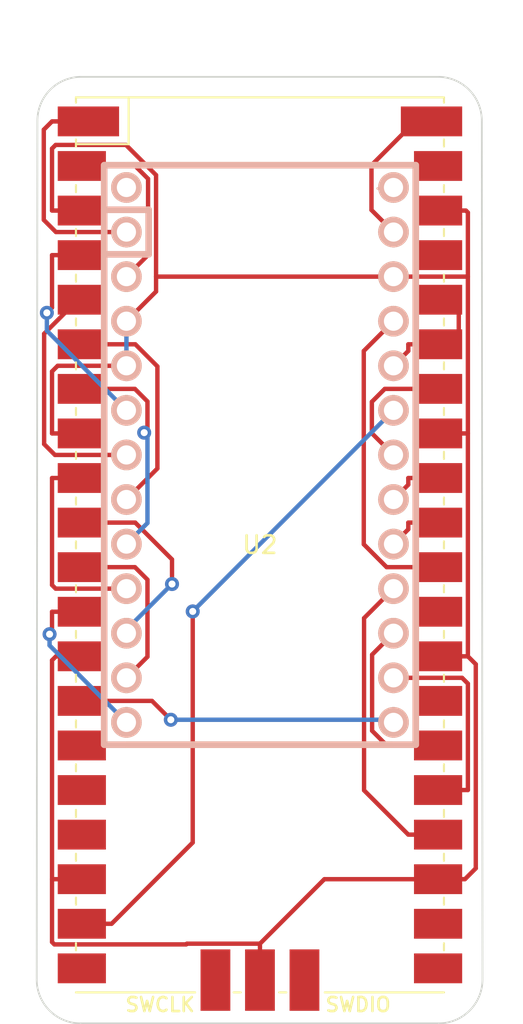
<source format=kicad_pcb>
(kicad_pcb (version 20211014) (generator pcbnew)
  (layers (0 "F.Cu" signal) (31 "B.Cu" signal) (34 "B.Paste" user) (35 "F.Paste" user) (36 "B.SilkS" user "B.Silkscreen") (37 "F.SilkS" user "F.Silkscreen") (38 "B.Mask" user) (39 "F.Mask" user) (44 "Edge.Cuts" user))
  (net 0 "")
  (net 2 "Net-(U1-Pad1)")
  (net 3 "Net-(U1-Pad2)")
  (net 4 "Net-(U1-Pad23)")
  (net 5 "Net-(U1-Pad5)")
  (net 6 "Net-(U1-Pad6)")
  (net 7 "Net-(U1-Pad7)")
  (net 8 "Net-(U1-Pad8)")
  (net 9 "Net-(U1-Pad9)")
  (net 10 "Net-(U1-Pad10)")
  (net 11 "Net-(U1-Pad11)")
  (net 12 "Net-(U1-Pad12)")
  (net 13 "Net-(U1-Pad13)")
  (net 14 "Net-(U1-Pad14)")
  (net 15 "Net-(U1-Pad15)")
  (net 16 "Net-(U1-Pad16)")
  (net 17 "Net-(U1-Pad17)")
  (net 18 "Net-(U1-Pad18)")
  (net 19 "Net-(U1-Pad19)")
  (net 20 "Net-(U1-Pad20)")
  (net 21 "Net-(U1-Pad21)")
  (net 22 "Net-(U1-Pad22)")
  (net 23 "Net-(U1-Pad24)")
  (net 26 "Net-(U1-Pad28)")
  (net 27 "Net-(U1-Pad29)")
  (footprint "MCU_RaspberryPi_and_Boards:RPi_Pico_SMD_ONLY_small_pads" (layer "F.Cu") (at 137.16 81.28)
    (fp_text reference "U2" (at 0 0) (layer "F.SilkS"))
    (fp_text value "Pico")
    (fp_text user "SWCLK" (at -5.7 26.2) (layer "F.SilkS") (effects (font (size 0.8 0.8))))
    (fp_text user "SWDIO" (at 5.6 26.2) (layer "F.SilkS") (effects (font (size 0.8 0.8))))
    (fp_line (start 10.5 -2.7) (end 10.5 -2.3) (layer "F.SilkS") (width 0.12))
    (fp_line (start -10.5 12.5) (end -10.5 12.9) (layer "F.SilkS") (width 0.12))
    (fp_line (start -10.5 4.9) (end -10.5 5.3) (layer "F.SilkS") (width 0.12))
    (fp_line (start -10.5 -15.4) (end -10.5 -15) (layer "F.SilkS") (width 0.12))
    (fp_line (start -10.5 15.1) (end -10.5 15.5) (layer "F.SilkS") (width 0.12))
    (fp_line (start 10.5 10) (end 10.5 10.4) (layer "F.SilkS") (width 0.12))
    (fp_line (start -1.5 25.5) (end -1.1 25.5) (layer "F.SilkS") (width 0.12))
    (fp_line (start 10.5 -23.1) (end 10.5 -22.7) (layer "F.SilkS") (width 0.12))
    (fp_line (start 10.5 7.4) (end 10.5 7.8) (layer "F.SilkS") (width 0.12))
    (fp_line (start -10.5 -10.4) (end -10.5 -10) (layer "F.SilkS") (width 0.12))
    (fp_line (start -10.5 -2.7) (end -10.5 -2.3) (layer "F.SilkS") (width 0.12))
    (fp_line (start 10.5 15.1) (end 10.5 15.5) (layer "F.SilkS") (width 0.12))
    (fp_line (start -10.5 -12.9) (end -10.5 -12.5) (layer "F.SilkS") (width 0.12))
    (fp_line (start -10.5 10) (end -10.5 10.4) (layer "F.SilkS") (width 0.12))
    (fp_line (start 10.5 -18) (end 10.5 -17.6) (layer "F.SilkS") (width 0.12))
    (fp_line (start -10.5 -20.5) (end -10.5 -20.1) (layer "F.SilkS") (width 0.12))
    (fp_line (start 1.1 25.5) (end 1.5 25.5) (layer "F.SilkS") (width 0.12))
    (fp_line (start -10.5 -25.5) (end 10.5 -25.5) (layer "F.SilkS") (width 0.12))
    (fp_line (start -10.5 -18) (end -10.5 -17.6) (layer "F.SilkS") (width 0.12))
    (fp_line (start -3.7 25.5) (end -10.5 25.5) (layer "F.SilkS") (width 0.12))
    (fp_line (start 10.5 -7.8) (end 10.5 -7.4) (layer "F.SilkS") (width 0.12))
    (fp_line (start 10.5 -15.4) (end 10.5 -15) (layer "F.SilkS") (width 0.12))
    (fp_line (start -10.5 22.7) (end -10.5 23.1) (layer "F.SilkS") (width 0.12))
    (fp_line (start 10.5 20.1) (end 10.5 20.5) (layer "F.SilkS") (width 0.12))
    (fp_line (start 10.5 22.7) (end 10.5 23.1) (layer "F.SilkS") (width 0.12))
    (fp_line (start 10.5 12.5) (end 10.5 12.9) (layer "F.SilkS") (width 0.12))
    (fp_line (start -10.5 7.4) (end -10.5 7.8) (layer "F.SilkS") (width 0.12))
    (fp_line (start -10.5 20.1) (end -10.5 20.5) (layer "F.SilkS") (width 0.12))
    (fp_line (start 10.5 -10.4) (end 10.5 -10) (layer "F.SilkS") (width 0.12))
    (fp_line (start 10.5 2.3) (end 10.5 2.7) (layer "F.SilkS") (width 0.12))
    (fp_line (start -10.5 -7.8) (end -10.5 -7.4) (layer "F.SilkS") (width 0.12))
    (fp_line (start -10.5 17.6) (end -10.5 18) (layer "F.SilkS") (width 0.12))
    (fp_line (start -10.5 -5.3) (end -10.5 -4.9) (layer "F.SilkS") (width 0.12))
    (fp_line (start -10.5 -0.2) (end -10.5 0.2) (layer "F.SilkS") (width 0.12))
    (fp_line (start -10.5 -25.5) (end -10.5 -25.2) (layer "F.SilkS") (width 0.12))
    (fp_line (start 10.5 -25.5) (end 10.5 -25.2) (layer "F.SilkS") (width 0.12))
    (fp_line (start 10.5 -12.9) (end 10.5 -12.5) (layer "F.SilkS") (width 0.12))
    (fp_line (start -10.5 -22.833) (end -7.493 -22.833) (layer "F.SilkS") (width 0.12))
    (fp_line (start 10.5 -0.2) (end 10.5 0.2) (layer "F.SilkS") (width 0.12))
    (fp_line (start 10.5 -5.3) (end 10.5 -4.9) (layer "F.SilkS") (width 0.12))
    (fp_line (start -7.493 -22.833) (end -7.493 -25.5) (layer "F.SilkS") (width 0.12))
    (fp_line (start 10.5 4.9) (end 10.5 5.3) (layer "F.SilkS") (width 0.12))
    (fp_line (start 10.5 25.5) (end 3.7 25.5) (layer "F.SilkS") (width 0.12))
    (fp_line (start -10.5 2.3) (end -10.5 2.7) (layer "F.SilkS") (width 0.12))
    (fp_line (start 10.5 17.6) (end 10.5 18) (layer "F.SilkS") (width 0.12))
    (fp_line (start 10.5 -20.5) (end 10.5 -20.1) (layer "F.SilkS") (width 0.12))
    (fp_line (start -10.5 -23.1) (end -10.5 -22.7) (layer "F.SilkS") (width 0.12))
    (pad "1" smd rect (at -8.609992 -24.13) (size 3.5 1.7) (drill (offset -1.179912 0)) (layers "F.Cu" "F.Mask") (net 2 "Net-(U1-Pad1)"))
    (pad "2" smd rect (at -8.984992 -21.59) (size 2.75 1.7) (drill (offset -1.179912 0)) (layers "F.Cu" "F.Mask") (net 3 "Net-(U1-Pad2)"))
    (pad "3" smd rect (at -8.984992 -19.05) (size 2.75 1.7) (drill (offset -1.179912 0)) (layers "F.Cu" "F.Mask") (net 4 "Net-(U1-Pad23)"))
    (pad "4" smd rect (at -8.984992 -16.51) (size 2.75 1.7) (drill (offset -1.179912 0)) (layers "F.Cu" "F.Mask") (net 5 "Net-(U1-Pad5)"))
    (pad "5" smd rect (at -8.984992 -13.97) (size 2.75 1.7) (drill (offset -1.179912 0)) (layers "F.Cu" "F.Mask") (net 6 "Net-(U1-Pad6)"))
    (pad "6" smd rect (at -8.984992 -11.43) (size 2.75 1.7) (drill (offset -1.179912 0)) (layers "F.Cu" "F.Mask") (net 7 "Net-(U1-Pad7)"))
    (pad "7" smd rect (at -8.984992 -8.89) (size 2.75 1.7) (drill (offset -1.179912 0)) (layers "F.Cu" "F.Mask") (net 8 "Net-(U1-Pad8)"))
    (pad "8" smd rect (at -8.984992 -6.35) (size 2.75 1.7) (drill (offset -1.179912 0)) (layers "F.Cu" "F.Mask") (net 4 "Net-(U1-Pad23)"))
    (pad "9" smd rect (at -8.984992 -3.81) (size 2.75 1.7) (drill (offset -1.179912 0)) (layers "F.Cu" "F.Mask") (net 9 "Net-(U1-Pad9)"))
    (pad "10" smd rect (at -8.984992 -1.27) (size 2.75 1.7) (drill (offset -1.179912 0)) (layers "F.Cu" "F.Mask") (net 10 "Net-(U1-Pad10)"))
    (pad "11" smd rect (at -8.984992 1.27) (size 2.75 1.7) (drill (offset -1.179912 0)) (layers "F.Cu" "F.Mask") (net 11 "Net-(U1-Pad11)"))
    (pad "12" smd rect (at -8.984992 3.81) (size 2.75 1.7) (drill (offset -1.179912 0)) (layers "F.Cu" "F.Mask") (net 12 "Net-(U1-Pad12)"))
    (pad "13" smd rect (at -8.984992 6.35) (size 2.75 1.7) (drill (offset -1.179912 0)) (layers "F.Cu" "F.Mask") (net 4 "Net-(U1-Pad23)"))
    (pad "14" smd rect (at -8.984992 8.89) (size 2.75 1.7) (drill (offset -1.179912 0)) (layers "F.Cu" "F.Mask") (net 13 "Net-(U1-Pad13)"))
    (pad "15" smd rect (at -8.984992 11.43) (size 2.75 1.7) (drill (offset -1.179912 0)) (layers "F.Cu" "F.Mask"))
    (pad "16" smd rect (at -8.984992 13.97) (size 2.75 1.7) (drill (offset -1.179912 0)) (layers "F.Cu" "F.Mask") (net 26 "Net-(U1-Pad28)"))
    (pad "17" smd rect (at -8.984992 16.51) (size 2.75 1.7) (drill (offset -1.179912 0)) (layers "F.Cu" "F.Mask") (net 27 "Net-(U1-Pad29)"))
    (pad "18" smd rect (at -8.984992 19.05) (size 2.75 1.7) (drill (offset -1.179912 0)) (layers "F.Cu" "F.Mask") (net 4 "Net-(U1-Pad23)"))
    (pad "19" smd rect (at -8.984992 21.59) (size 2.75 1.7) (drill (offset -1.179912 0)) (layers "F.Cu" "F.Mask") (net 20 "Net-(U1-Pad20)"))
    (pad "20" smd rect (at -8.984992 24.13) (size 2.75 1.7) (drill (offset -1.179912 0)) (layers "F.Cu" "F.Mask"))
    (pad "21" smd rect (at 11.344912 24.13) (size 2.75 1.7) (drill (offset -1.179912 0)) (layers "F.Cu" "F.Mask"))
    (pad "22" smd rect (at 11.344912 21.59) (size 2.75 1.7) (drill (offset -1.179912 0)) (layers "F.Cu" "F.Mask"))
    (pad "23" smd rect (at 11.344912 19.05) (size 2.75 1.7) (drill (offset -1.179912 0)) (layers "F.Cu" "F.Mask") (net 4 "Net-(U1-Pad23)"))
    (pad "24" smd rect (at 11.344912 16.51) (size 2.75 1.7) (drill (offset -1.179912 0)) (layers "F.Cu" "F.Mask") (net 16 "Net-(U1-Pad16)"))
    (pad "25" smd rect (at 11.344912 13.97) (size 2.75 1.7) (drill (offset -1.179912 0)) (layers "F.Cu" "F.Mask") (net 14 "Net-(U1-Pad14)"))
    (pad "26" smd rect (at 11.344912 11.43) (size 2.75 1.7) (drill (offset -1.179912 0)) (layers "F.Cu" "F.Mask") (net 15 "Net-(U1-Pad15)"))
    (pad "27" smd rect (at 11.344912 8.89) (size 2.75 1.7) (drill (offset -1.179912 0)) (layers "F.Cu" "F.Mask"))
    (pad "28" smd rect (at 11.344912 6.35) (size 2.75 1.7) (drill (offset -1.179912 0)) (layers "F.Cu" "F.Mask") (net 4 "Net-(U1-Pad23)"))
    (pad "29" smd rect (at 11.344912 3.81) (size 2.75 1.7) (drill (offset -1.179912 0)) (layers "F.Cu" "F.Mask"))
    (pad "30" smd rect (at 11.344912 1.27) (size 2.75 1.7) (drill (offset -1.179912 0)) (layers "F.Cu" "F.Mask") (net 22 "Net-(U1-Pad22)"))
    (pad "31" smd rect (at 11.344912 -1.27) (size 2.75 1.7) (drill (offset -1.179912 0)) (layers "F.Cu" "F.Mask") (net 17 "Net-(U1-Pad17)"))
    (pad "32" smd rect (at 11.344912 -3.81) (size 2.75 1.7) (drill (offset -1.179912 0)) (layers "F.Cu" "F.Mask") (net 18 "Net-(U1-Pad18)"))
    (pad "33" smd rect (at 11.344912 -6.35) (size 2.75 1.7) (drill (offset -1.179912 0)) (layers "F.Cu" "F.Mask") (net 4 "Net-(U1-Pad23)"))
    (pad "34" smd rect (at 11.344912 -8.89) (size 2.75 1.7) (drill (offset -1.179912 0)) (layers "F.Cu" "F.Mask") (net 19 "Net-(U1-Pad19)"))
    (pad "35" smd rect (at 11.344912 -11.43) (size 2.75 1.7) (drill (offset -1.179912 0)) (layers "F.Cu" "F.Mask") (net 21 "Net-(U1-Pad21)"))
    (pad "36" smd rect (at 11.344912 -13.97) (size 2.75 1.7) (drill (offset -1.179912 0)) (layers "F.Cu" "F.Mask") (net 21 "Net-(U1-Pad21)"))
    (pad "37" smd rect (at 11.344912 -16.51) (size 2.75 1.7) (drill (offset -1.179912 0)) (layers "F.Cu" "F.Mask"))
    (pad "38" smd rect (at 11.344912 -19.05) (size 2.75 1.7) (drill (offset -1.179912 0)) (layers "F.Cu" "F.Mask") (net 4 "Net-(U1-Pad23)"))
    (pad "39" smd rect (at 11.344912 -21.59) (size 2.75 1.7) (drill (offset -1.179912 0)) (layers "F.Cu" "F.Mask"))
    (pad "40" smd rect (at 10.969912 -24.13) (size 3.5 1.7) (drill (offset -1.179912 0)) (layers "F.Cu" "F.Mask") (net 23 "Net-(U1-Pad24)"))
    (pad "41" smd rect (at -2.54 23.9 90) (size 3.5 1.7) (drill (offset -0.9 0)) (layers "F.Cu" "F.Mask"))
    (pad "42" smd rect (at 0 23.9 90) (size 3.5 1.7) (drill (offset -0.9 0)) (layers "F.Cu" "F.Mask") (net 4 "Net-(U1-Pad23)"))
    (pad "43" smd rect (at 2.54 23.9 90) (size 3.5 1.7) (drill (offset -0.9 0)) (layers "F.Cu" "F.Mask"))
  )
  (footprint "keebio-components-master:KB2040 (modified from Elite-C-castellated-24pin-holes)" (layer "B.Cu") (at 137.16 77.4247 -90)
    (fp_text reference "U1" hide)
    (fp_text value "KB2040" hide)
    (fp_text user "D-" (at -16.51 -6.42872 180) (layer "B.SilkS") (effects (font (size 0.8 0.8)) (justify right mirror)))
    (fp_line (start 15.24 8.89) (end 15.24 -8.89) (layer "B.SilkS") (width 0.381))
    (fp_line (start 15.24 -8.89) (end -15.24 -8.89) (layer "B.SilkS") (width 0.381))
    (fp_line (start -15.24 -8.89) (end -17.78 -8.89) (layer "B.SilkS") (width 0.381))
    (fp_line (start -17.78 -8.89) (end -17.78 8.89) (layer "B.SilkS") (width 0.381))
    (fp_line (start -15.24 6.35) (end -12.7 6.35) (layer "B.SilkS") (width 0.381))
    (fp_line (start -17.78 8.89) (end -15.24 8.89) (layer "B.SilkS") (width 0.381))
    (fp_line (start -12.7 6.35) (end -12.7 8.89) (layer "B.SilkS") (width 0.381))
    (fp_line (start -15.24 8.89) (end 15.24 8.89) (layer "B.SilkS") (width 0.381))
    (fp_line (start -15.24 6.35) (end -15.24 8.89) (layer "B.SilkS") (width 0.381))
    (fp_line (start -17.78 -7.643326) (end -17.78 7.665545) (layer "F.SilkS") (width 0.381))
    (fp_line (start 15.24 7.628084) (end 15.24 -7.562161) (layer "F.SilkS") (width 0.381))
    (pad "0" thru_hole circle (at -16.51 7.62 90) (size 1.75 1.75) (drill 1.0922) (layers *.Cu *.SilkS *.Mask))
    (pad "1" thru_hole circle (at -13.97 7.62 90) (size 1.75 1.75) (drill 1.0922) (layers *.Cu *.SilkS *.Mask) (net 2 "Net-(U1-Pad1)"))
    (pad "2" thru_hole circle (at -11.43 7.62 90) (size 1.75 1.75) (drill 1.0922) (layers *.Cu *.SilkS *.Mask) (net 3 "Net-(U1-Pad2)"))
    (pad "3" thru_hole circle (at -8.89 7.62 90) (size 1.75 1.75) (drill 1.0922) (layers *.Cu *.SilkS *.Mask) (net 4 "Net-(U1-Pad23)"))
    (pad "4" thru_hole circle (at -6.35 7.62 90) (size 1.75 1.75) (drill 1.0922) (layers *.Cu *.SilkS *.Mask) (net 4 "Net-(U1-Pad23)"))
    (pad "5" thru_hole circle (at -3.81 7.62 90) (size 1.75 1.75) (drill 1.0922) (layers *.Cu *.SilkS *.Mask) (net 5 "Net-(U1-Pad5)"))
    (pad "6" thru_hole circle (at -1.27 7.62 90) (size 1.75 1.75) (drill 1.0922) (layers *.Cu *.SilkS *.Mask) (net 6 "Net-(U1-Pad6)"))
    (pad "7" thru_hole circle (at 1.27 7.62 90) (size 1.75 1.75) (drill 1.0922) (layers *.Cu *.SilkS *.Mask) (net 7 "Net-(U1-Pad7)"))
    (pad "8" thru_hole circle (at 3.81 7.62 90) (size 1.75 1.75) (drill 1.0922) (layers *.Cu *.SilkS *.Mask) (net 8 "Net-(U1-Pad8)"))
    (pad "9" thru_hole circle (at 6.35 7.62 90) (size 1.75 1.75) (drill 1.0922) (layers *.Cu *.SilkS *.Mask) (net 9 "Net-(U1-Pad9)"))
    (pad "10" thru_hole circle (at 8.89 7.62 90) (size 1.75 1.75) (drill 1.0922) (layers *.Cu *.SilkS *.Mask) (net 10 "Net-(U1-Pad10)"))
    (pad "11" thru_hole circle (at 11.43 7.62 90) (size 1.75 1.75) (drill 1.0922) (layers *.Cu *.SilkS *.Mask) (net 11 "Net-(U1-Pad11)"))
    (pad "12" thru_hole circle (at 13.97 7.62 90) (size 1.75 1.75) (drill 1.0922) (layers *.Cu *.SilkS *.Mask) (net 12 "Net-(U1-Pad12)"))
    (pad "13" thru_hole circle (at 13.97 -7.62 90) (size 1.75 1.75) (drill 1.0922) (layers *.Cu *.SilkS *.Mask) (net 13 "Net-(U1-Pad13)"))
    (pad "14" thru_hole circle (at 11.43 -7.62 90) (size 1.75 1.75) (drill 1.0922) (layers *.Cu *.SilkS *.Mask) (net 14 "Net-(U1-Pad14)"))
    (pad "15" thru_hole circle (at 8.89 -7.62 90) (size 1.75 1.75) (drill 1.0922) (layers *.Cu *.SilkS *.Mask) (net 15 "Net-(U1-Pad15)"))
    (pad "16" thru_hole circle (at 6.35 -7.62 90) (size 1.75 1.75) (drill 1.0922) (layers *.Cu *.SilkS *.Mask) (net 16 "Net-(U1-Pad16)"))
    (pad "17" thru_hole circle (at 3.81 -7.62 90) (size 1.75 1.75) (drill 1.0922) (layers *.Cu *.SilkS *.Mask) (net 17 "Net-(U1-Pad17)"))
    (pad "18" thru_hole circle (at 1.27 -7.62 90) (size 1.75 1.75) (drill 1.0922) (layers *.Cu *.SilkS *.Mask) (net 18 "Net-(U1-Pad18)"))
    (pad "19" thru_hole circle (at -1.27 -7.62 90) (size 1.75 1.75) (drill 1.0922) (layers *.Cu *.SilkS *.Mask) (net 19 "Net-(U1-Pad19)"))
    (pad "20" thru_hole circle (at -3.81 -7.62 90) (size 1.75 1.75) (drill 1.0922) (layers *.Cu *.SilkS *.Mask) (net 20 "Net-(U1-Pad20)"))
    (pad "21" thru_hole circle (at -6.35 -7.62 90) (size 1.75 1.75) (drill 1.0922) (layers *.Cu *.SilkS *.Mask) (net 21 "Net-(U1-Pad21)"))
    (pad "22" thru_hole circle (at -8.89 -7.62 90) (size 1.75 1.75) (drill 1.0922) (layers *.Cu *.SilkS *.Mask) (net 22 "Net-(U1-Pad22)"))
    (pad "23" thru_hole circle (at -11.43 -7.62 90) (size 1.75 1.75) (drill 1.0922) (layers *.Cu *.SilkS *.Mask) (net 4 "Net-(U1-Pad23)"))
    (pad "24" thru_hole circle (at -13.97 -7.62 90) (size 1.75 1.75) (drill 1.0922) (layers *.Cu *.SilkS *.Mask) (net 23 "Net-(U1-Pad24)"))
    (pad "25" thru_hole circle (at -16.51 -7.62 90) (size 1.75 1.75) (drill 1.0922) (layers *.Cu *.SilkS *.Mask))
  )
  (gr_arc (start 149.86 106.045) (mid 149.127767 107.812767) (end 147.36 108.545) (layer "Edge.Cuts") (width 0.1))
  (gr_line (start 124.42 106.045) (end 124.46 57.11) (layer "Edge.Cuts") (width 0.1))
  (gr_line (start 147.36 108.545) (end 126.92 108.545) (layer "Edge.Cuts") (width 0.1))
  (gr_line (start 126.96 54.61) (end 147.32 54.61) (layer "Edge.Cuts") (width 0.1))
  (gr_arc (start 126.92 108.545) (mid 125.152233 107.812767) (end 124.42 106.045) (layer "Edge.Cuts") (width 0.1))
  (gr_arc (start 147.32 54.61) (mid 149.087767 55.342233) (end 149.82 57.11) (layer "Edge.Cuts") (width 0.1))
  (gr_arc (start 124.46 57.11) (mid 125.192233 55.342233) (end 126.96 54.61) (layer "Edge.Cuts") (width 0.1))
  (gr_line (start 149.82 57.11) (end 149.86 106.045) (layer "Edge.Cuts") (width 0.1))
  (segment (start 124.824 57.6208) (end 124.824 62.7615) (width 0.25) (layer "F.Cu") (net 2))
  (segment (start 128.55 57.15) (end 125.2948 57.15) (width 0.25) (layer "F.Cu") (net 2))
  (segment (start 125.2948 57.15) (end 124.824 57.6208) (width 0.25) (layer "F.Cu") (net 2))
  (segment (start 124.824 62.7615) (end 125.5172 63.4547) (width 0.25) (layer "F.Cu") (net 2))
  (segment (start 125.5172 63.4547) (end 129.54 63.4547) (width 0.25) (layer "F.Cu") (net 2))
  (segment (start 130.7752 64.7595) (end 129.54 65.9947) (width 0.25) (layer "F.Cu") (net 3))
  (segment (start 130.0445 59.69) (end 130.7752 60.4207) (width 0.25) (layer "F.Cu") (net 3))
  (segment (start 128.175 59.69) (end 130.0445 59.69) (width 0.25) (layer "F.Cu") (net 3))
  (segment (start 130.7752 60.4207) (end 130.7752 64.7595) (width 0.25) (layer "F.Cu") (net 3))
  (segment (start 125.4275 104.0454) (end 125.2948 103.9127) (width 0.25) (layer "F.Cu") (net 4))
  (segment (start 148.5049 62.23) (end 148.9127 62.23) (width 0.25) (layer "F.Cu") (net 4))
  (segment (start 128.175 87.63) (end 125.5222 87.63) (width 0.25) (layer "F.Cu") (net 4))
  (segment (start 125.2948 58.6975) (end 125.5029 58.4894) (width 0.25) (layer "F.Cu") (net 4))
  (segment (start 148.8564 100.33) (end 149.4756 99.7108) (width 0.25) (layer "F.Cu") (net 4))
  (segment (start 128.175 62.23) (end 125.2948 62.23) (width 0.25) (layer "F.Cu") (net 4))
  (segment (start 131.2316 60.2087) (end 131.2316 65.9947) (width 0.25) (layer "F.Cu") (net 4))
  (segment (start 137.16 104.0047) (end 140.8347 100.33) (width 0.25) (layer "F.Cu") (net 4))
  (segment (start 149.0253 62.3426) (end 149.0253 65.9947) (width 0.25) (layer "F.Cu") (net 4))
  (segment (start 129.5123 58.4894) (end 131.2316 60.2087) (width 0.25) (layer "F.Cu") (net 4))
  (segment (start 128.175 74.93) (end 125.2948 74.93) (width 0.25) (layer "F.Cu") (net 4))
  (segment (start 132.9491 104.0454) (end 125.4275 104.0454) (width 0.25) (layer "F.Cu") (net 4))
  (segment (start 149.0253 65.9947) (end 144.78 65.9947) (width 0.25) (layer "F.Cu") (net 4))
  (segment (start 125.2948 62.23) (end 125.2948 58.6975) (width 0.25) (layer "F.Cu") (net 4))
  (segment (start 131.2316 65.9947) (end 131.2316 66.8431) (width 0.25) (layer "F.Cu") (net 4))
  (segment (start 125.6175 71.0747) (end 125.2948 71.3974) (width 0.25) (layer "F.Cu") (net 4))
  (segment (start 149.4756 88.0803) (end 149.0253 87.63) (width 0.25) (layer "F.Cu") (net 4))
  (segment (start 149.0253 74.93) (end 149.0253 87.63) (width 0.25) (layer "F.Cu") (net 4))
  (segment (start 148.5049 74.93) (end 149.0253 74.93) (width 0.25) (layer "F.Cu") (net 4))
  (segment (start 137.16 105.18) (end 137.16 104.0047) (width 0.25) (layer "F.Cu") (net 4))
  (segment (start 148.5049 100.33) (end 148.8564 100.33) (width 0.25) (layer "F.Cu") (net 4))
  (segment (start 125.5222 87.63) (end 125.2948 87.8574) (width 0.25) (layer "F.Cu") (net 4))
  (segment (start 132.9898 104.0047) (end 132.9491 104.0454) (width 0.25) (layer "F.Cu") (net 4))
  (segment (start 148.5049 87.63) (end 149.0253 87.63) (width 0.25) (layer "F.Cu") (net 4))
  (segment (start 129.54 71.0747) (end 125.6175 71.0747) (width 0.25) (layer "F.Cu") (net 4))
  (segment (start 125.2948 103.9127) (end 125.2948 100.33) (width 0.25) (layer "F.Cu") (net 4))
  (segment (start 144.78 65.9947) (end 131.2316 65.9947) (width 0.25) (layer "F.Cu") (net 4))
  (segment (start 149.4756 99.7108) (end 149.4756 88.0803) (width 0.25) (layer "F.Cu") (net 4))
  (segment (start 128.175 100.33) (end 125.2948 100.33) (width 0.25) (layer "F.Cu") (net 4))
  (segment (start 140.8347 100.33) (end 148.5049 100.33) (width 0.25) (layer "F.Cu") (net 4))
  (segment (start 125.5029 58.4894) (end 129.5123 58.4894) (width 0.25) (layer "F.Cu") (net 4))
  (segment (start 125.2948 87.8574) (end 125.2948 100.33) (width 0.25) (layer "F.Cu") (net 4))
  (segment (start 148.9127 62.23) (end 149.0253 62.3426) (width 0.25) (layer "F.Cu") (net 4))
  (segment (start 131.2316 66.8431) (end 129.54 68.5347) (width 0.25) (layer "F.Cu") (net 4))
  (segment (start 149.0253 65.9947) (end 149.0253 74.93) (width 0.25) (layer "F.Cu") (net 4))
  (segment (start 125.2948 71.3974) (end 125.2948 74.93) (width 0.25) (layer "F.Cu") (net 4))
  (segment (start 137.16 104.0047) (end 132.9898 104.0047) (width 0.25) (layer "F.Cu") (net 4))
  (segment (start 129.54 71.0747) (end 129.54 68.5347) (width 0.25) (layer "B.Cu") (net 4))
  (segment (start 125.2948 67.761) (end 124.999 68.0568) (width 0.25) (layer "F.Cu") (net 5))
  (segment (start 128.175 64.77) (end 125.2948 64.77) (width 0.25) (layer "F.Cu") (net 5))
  (segment (start 125.2948 64.77) (end 125.2948 67.761) (width 0.25) (layer "F.Cu") (net 5))
  (via (at 124.999 68.0568) (size 0.8) (drill 0.4) (layers "F.Cu" "B.Cu") (net 5))
  (segment (start 129.54 73.6147) (end 124.999 69.0737) (width 0.25) (layer "B.Cu") (net 5))
  (segment (start 124.999 69.0737) (end 124.999 68.0568) (width 0.25) (layer "B.Cu") (net 5))
  (segment (start 128.175 67.31) (end 126.7815 67.31) (width 0.25) (layer "F.Cu") (net 6))
  (segment (start 124.8444 69.2471) (end 124.8444 75.5389) (width 0.25) (layer "F.Cu") (net 6))
  (segment (start 125.4602 76.1547) (end 129.54 76.1547) (width 0.25) (layer "F.Cu") (net 6))
  (segment (start 126.7815 67.31) (end 124.8444 69.2471) (width 0.25) (layer "F.Cu") (net 6))
  (segment (start 124.8444 75.5389) (end 125.4602 76.1547) (width 0.25) (layer "F.Cu") (net 6))
  (segment (start 130.0477 69.85) (end 131.3069 71.1092) (width 0.25) (layer "F.Cu") (net 7))
  (segment (start 128.175 69.85) (end 130.0477 69.85) (width 0.25) (layer "F.Cu") (net 7))
  (segment (start 131.3069 76.9278) (end 129.54 78.6947) (width 0.25) (layer "F.Cu") (net 7))
  (segment (start 131.3069 71.1092) (end 131.3069 76.9278) (width 0.25) (layer "F.Cu") (net 7))
  (segment (start 130.7404 74.698) (end 130.5537 74.8847) (width 0.25) (layer "F.Cu") (net 8))
  (segment (start 130.7404 73.1079) (end 130.7404 74.698) (width 0.25) (layer "F.Cu") (net 8))
  (segment (start 128.175 72.39) (end 130.0225 72.39) (width 0.25) (layer "F.Cu") (net 8))
  (segment (start 130.0225 72.39) (end 130.7404 73.1079) (width 0.25) (layer "F.Cu") (net 8))
  (via (at 130.5537 74.8847) (size 0.8) (drill 0.4) (layers "F.Cu" "B.Cu") (net 8))
  (segment (start 130.7404 80.0343) (end 129.54 81.2347) (width 0.25) (layer "B.Cu") (net 8))
  (segment (start 130.7404 75.0714) (end 130.7404 80.0343) (width 0.25) (layer "B.Cu") (net 8))
  (segment (start 130.5537 74.8847) (end 130.7404 75.0714) (width 0.25) (layer "B.Cu") (net 8))
  (segment (start 125.2948 77.47) (end 125.2948 83.5671) (width 0.25) (layer "F.Cu") (net 9))
  (segment (start 125.5024 83.7747) (end 129.54 83.7747) (width 0.25) (layer "F.Cu") (net 9))
  (segment (start 128.175 77.47) (end 125.2948 77.47) (width 0.25) (layer "F.Cu") (net 9))
  (segment (start 125.2948 83.5671) (end 125.5024 83.7747) (width 0.25) (layer "F.Cu") (net 9))
  (segment (start 132.1416 82.11) (end 132.1416 83.5108) (width 0.25) (layer "F.Cu") (net 10))
  (segment (start 130.0416 80.01) (end 132.1416 82.11) (width 0.25) (layer "F.Cu") (net 10))
  (segment (start 128.175 80.01) (end 130.0416 80.01) (width 0.25) (layer "F.Cu") (net 10))
  (via (at 132.1416 83.5108) (size 0.8) (drill 0.4) (layers "F.Cu" "B.Cu") (net 10))
  (segment (start 129.54 86.1124) (end 129.54 86.3147) (width 0.25) (layer "B.Cu") (net 10))
  (segment (start 132.1416 83.5108) (end 129.54 86.1124) (width 0.25) (layer "B.Cu") (net 10))
  (segment (start 128.175 82.55) (end 130.0273 82.55) (width 0.25) (layer "F.Cu") (net 11))
  (segment (start 130.7405 83.2632) (end 130.7405 87.6542) (width 0.25) (layer "F.Cu") (net 11))
  (segment (start 130.0273 82.55) (end 130.7405 83.2632) (width 0.25) (layer "F.Cu") (net 11))
  (segment (start 130.7405 87.6542) (end 129.54 88.8547) (width 0.25) (layer "F.Cu") (net 11))
  (segment (start 125.2948 86.2287) (end 125.1542 86.3693) (width 0.25) (layer "F.Cu") (net 12))
  (segment (start 128.175 85.09) (end 125.2948 85.09) (width 0.25) (layer "F.Cu") (net 12))
  (segment (start 125.2948 85.09) (end 125.2948 86.2287) (width 0.25) (layer "F.Cu") (net 12))
  (via (at 125.1542 86.3693) (size 0.8) (drill 0.4) (layers "F.Cu" "B.Cu") (net 12))
  (segment (start 125.1542 87.0089) (end 125.1542 86.3693) (width 0.25) (layer "B.Cu") (net 12))
  (segment (start 129.54 91.3947) (end 125.1542 87.0089) (width 0.25) (layer "B.Cu") (net 12))
  (segment (start 130.999 90.17) (end 132.0734 91.2444) (width 0.25) (layer "F.Cu") (net 13))
  (segment (start 128.175 90.17) (end 130.999 90.17) (width 0.25) (layer "F.Cu") (net 13))
  (via (at 132.0734 91.2444) (size 0.8) (drill 0.4) (layers "F.Cu" "B.Cu") (net 13))
  (segment (start 144.6297 91.2444) (end 144.78 91.3947) (width 0.25) (layer "B.Cu") (net 13))
  (segment (start 132.0734 91.2444) (end 144.6297 91.2444) (width 0.25) (layer "B.Cu") (net 13))
  (segment (start 148.6948 88.8547) (end 144.78 88.8547) (width 0.25) (layer "F.Cu") (net 14))
  (segment (start 149.0253 89.1852) (end 148.6948 88.8547) (width 0.25) (layer "F.Cu") (net 14))
  (segment (start 148.5049 95.25) (end 149.0253 95.25) (width 0.25) (layer "F.Cu") (net 14))
  (segment (start 149.0253 95.25) (end 149.0253 89.1852) (width 0.25) (layer "F.Cu") (net 14))
  (segment (start 144.3978 92.71) (end 143.5601 91.8723) (width 0.25) (layer "F.Cu") (net 15))
  (segment (start 143.5601 87.5346) (end 144.78 86.3147) (width 0.25) (layer "F.Cu") (net 15))
  (segment (start 148.5049 92.71) (end 144.3978 92.71) (width 0.25) (layer "F.Cu") (net 15))
  (segment (start 143.5601 91.8723) (end 143.5601 87.5346) (width 0.25) (layer "F.Cu") (net 15))
  (segment (start 148.5049 97.79) (end 145.6247 97.79) (width 0.25) (layer "F.Cu") (net 16))
  (segment (start 143.1006 95.2659) (end 143.1006 85.4541) (width 0.25) (layer "F.Cu") (net 16))
  (segment (start 143.1006 85.4541) (end 144.78 83.7747) (width 0.25) (layer "F.Cu") (net 16))
  (segment (start 145.6247 97.79) (end 143.1006 95.2659) (width 0.25) (layer "F.Cu") (net 16))
  (segment (start 148.5049 80.01) (end 145.6247 80.01) (width 0.25) (layer "F.Cu") (net 17))
  (segment (start 145.6247 80.39) (end 144.78 81.2347) (width 0.25) (layer "F.Cu") (net 17))
  (segment (start 145.6247 80.01) (end 145.6247 80.39) (width 0.25) (layer "F.Cu") (net 17))
  (segment (start 145.6247 77.85) (end 144.78 78.6947) (width 0.25) (layer "F.Cu") (net 18))
  (segment (start 145.6247 77.47) (end 145.6247 77.85) (width 0.25) (layer "F.Cu") (net 18))
  (segment (start 148.5049 77.47) (end 145.6247 77.47) (width 0.25) (layer "F.Cu") (net 18))
  (segment (start 143.5458 74.9205) (end 144.78 76.1547) (width 0.25) (layer "F.Cu") (net 19))
  (segment (start 143.5458 73.128) (end 143.5458 74.9205) (width 0.25) (layer "F.Cu") (net 19))
  (segment (start 148.5049 72.39) (end 144.2838 72.39) (width 0.25) (layer "F.Cu") (net 19))
  (segment (start 144.2838 72.39) (end 143.5458 73.128) (width 0.25) (layer "F.Cu") (net 19))
  (segment (start 128.6954 102.87) (end 133.3231 98.2423) (width 0.25) (layer "F.Cu") (net 20))
  (segment (start 133.3231 98.2423) (end 133.3231 85.0716) (width 0.25) (layer "F.Cu") (net 20))
  (segment (start 128.175 102.87) (end 128.6954 102.87) (width 0.25) (layer "F.Cu") (net 20))
  (via (at 133.3231 85.0716) (size 0.8) (drill 0.4) (layers "F.Cu" "B.Cu") (net 20))
  (segment (start 133.3231 85.0716) (end 144.78 73.6147) (width 0.25) (layer "B.Cu") (net 20))
  (segment (start 148.5049 67.31) (end 148.5049 69.85) (width 0.25) (layer "F.Cu") (net 21))
  (segment (start 148.5049 69.85) (end 145.6247 69.85) (width 0.25) (layer "F.Cu") (net 21))
  (segment (start 145.6247 69.85) (end 145.6247 70.23) (width 0.25) (layer "F.Cu") (net 21))
  (segment (start 145.6247 70.23) (end 144.78 71.0747) (width 0.25) (layer "F.Cu") (net 21))
  (segment (start 144.3885 82.55) (end 143.084 81.2455) (width 0.25) (layer "F.Cu") (net 22))
  (segment (start 148.5049 82.55) (end 144.3885 82.55) (width 0.25) (layer "F.Cu") (net 22))
  (segment (start 143.084 81.2455) (end 143.084 70.2307) (width 0.25) (layer "F.Cu") (net 22))
  (segment (start 143.084 70.2307) (end 144.78 68.5347) (width 0.25) (layer "F.Cu") (net 22))
  (segment (start 143.5241 59.6461) (end 143.5241 62.1988) (width 0.25) (layer "F.Cu") (net 23))
  (segment (start 146.0202 57.15) (end 143.5241 59.6461) (width 0.25) (layer "F.Cu") (net 23))
  (segment (start 143.5241 62.1988) (end 144.78 63.4547) (width 0.25) (layer "F.Cu") (net 23))
  (segment (start 148.1299 57.15) (end 146.0202 57.15) (width 0.25) (layer "F.Cu") (net 23))
)
</source>
